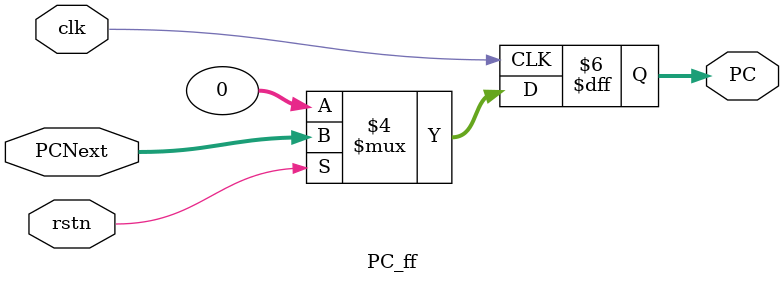
<source format=sv>
module PC_ff (
    input logic clk, rstn,
    input logic [31:0] PCNext,
    output logic [31:0] PC
);

    always_ff@(posedge clk) begin
        if(!rstn)
            PC <= 32'b0;
        else
            PC <= PCNext;
    end


endmodule
</source>
